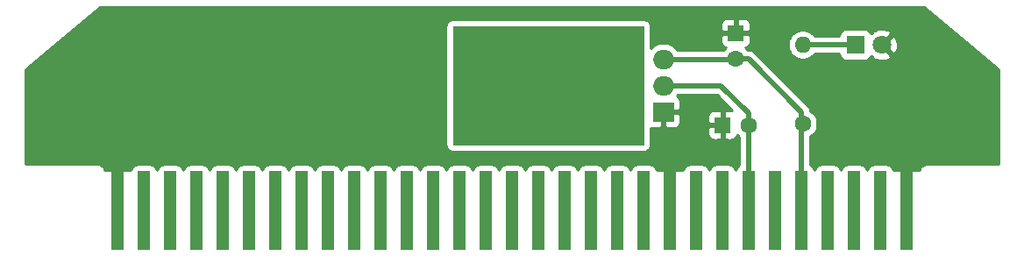
<source format=gbr>
%TF.GenerationSoftware,KiCad,Pcbnew,5.1.7*%
%TF.CreationDate,2020-11-23T19:31:42+01:00*%
%TF.ProjectId,voltage-blaster,766f6c74-6167-4652-9d62-6c6173746572,1.0*%
%TF.SameCoordinates,Original*%
%TF.FileFunction,Copper,L2,Bot*%
%TF.FilePolarity,Positive*%
%FSLAX46Y46*%
G04 Gerber Fmt 4.6, Leading zero omitted, Abs format (unit mm)*
G04 Created by KiCad (PCBNEW 5.1.7) date 2020-11-23 19:31:42*
%MOMM*%
%LPD*%
G01*
G04 APERTURE LIST*
%TA.AperFunction,NonConductor*%
%ADD10C,0.100000*%
%TD*%
%TA.AperFunction,ConnectorPad*%
%ADD11R,1.270000X7.620000*%
%TD*%
%TA.AperFunction,ComponentPad*%
%ADD12O,2.000000X1.905000*%
%TD*%
%TA.AperFunction,ComponentPad*%
%ADD13R,2.000000X1.905000*%
%TD*%
%TA.AperFunction,ComponentPad*%
%ADD14C,1.600000*%
%TD*%
%TA.AperFunction,ComponentPad*%
%ADD15R,1.600000X1.600000*%
%TD*%
%TA.AperFunction,ComponentPad*%
%ADD16O,1.600000X1.600000*%
%TD*%
%TA.AperFunction,ComponentPad*%
%ADD17C,1.800000*%
%TD*%
%TA.AperFunction,ComponentPad*%
%ADD18R,1.800000X1.800000*%
%TD*%
%TA.AperFunction,Conductor*%
%ADD19C,0.500000*%
%TD*%
%TA.AperFunction,Conductor*%
%ADD20C,0.254000*%
%TD*%
%TA.AperFunction,Conductor*%
%ADD21C,0.100000*%
%TD*%
G04 APERTURE END LIST*
D10*
G36*
X131445000Y-60960000D02*
G01*
X113030000Y-60960000D01*
X113030000Y-49530000D01*
X131445000Y-49530000D01*
X131445000Y-60960000D01*
G37*
X131445000Y-60960000D02*
X113030000Y-60960000D01*
X113030000Y-49530000D01*
X131445000Y-49530000D01*
X131445000Y-60960000D01*
D11*
%TO.P,J1,31*%
%TO.N,GND*%
X80645000Y-67310000D03*
%TO.P,J1,30*%
%TO.N,N/C*%
X83185000Y-67310000D03*
%TO.P,J1,29*%
X85725000Y-67310000D03*
%TO.P,J1,28*%
X88265000Y-67310000D03*
%TO.P,J1,27*%
X90805000Y-67310000D03*
%TO.P,J1,26*%
X93345000Y-67310000D03*
%TO.P,J1,25*%
X95885000Y-67310000D03*
%TO.P,J1,24*%
X98425000Y-67310000D03*
%TO.P,J1,23*%
X100965000Y-67310000D03*
%TO.P,J1,22*%
X103505000Y-67310000D03*
%TO.P,J1,21*%
X106045000Y-67310000D03*
%TO.P,J1,20*%
X108585000Y-67310000D03*
%TO.P,J1,19*%
X111125000Y-67310000D03*
%TO.P,J1,18*%
X113665000Y-67310000D03*
%TO.P,J1,17*%
X116205000Y-67310000D03*
%TO.P,J1,16*%
X118745000Y-67310000D03*
%TO.P,J1,15*%
X121285000Y-67310000D03*
%TO.P,J1,14*%
X123825000Y-67310000D03*
%TO.P,J1,13*%
X126365000Y-67310000D03*
%TO.P,J1,12*%
X128905000Y-67310000D03*
%TO.P,J1,11*%
X131445000Y-67310000D03*
%TO.P,J1,10*%
%TO.N,GND*%
X133985000Y-67310000D03*
%TO.P,J1,9*%
%TO.N,N/C*%
X136525000Y-67310000D03*
%TO.P,J1,8*%
X139065000Y-67310000D03*
%TO.P,J1,7*%
%TO.N,Net-(C2-Pad2)*%
X141605000Y-67310000D03*
%TO.P,J1,6*%
%TO.N,N/C*%
X144145000Y-67310000D03*
%TO.P,J1,5*%
%TO.N,Net-(C1-Pad2)*%
X146685000Y-67310000D03*
%TO.P,J1,4*%
%TO.N,N/C*%
X149225000Y-67310000D03*
%TO.P,J1,3*%
X151765000Y-67310000D03*
%TO.P,J1,2*%
X154305000Y-67310000D03*
%TO.P,J1,1*%
%TO.N,GND*%
X156845000Y-67310000D03*
%TD*%
D12*
%TO.P,U1,3*%
%TO.N,Net-(C1-Pad2)*%
X133350000Y-52705000D03*
%TO.P,U1,2*%
%TO.N,Net-(C2-Pad2)*%
X133350000Y-55245000D03*
D13*
%TO.P,U1,1*%
%TO.N,GND*%
X133350000Y-57785000D03*
%TD*%
D14*
%TO.P,C2,2*%
%TO.N,Net-(C2-Pad2)*%
X141565000Y-59055000D03*
D15*
%TO.P,C2,1*%
%TO.N,GND*%
X139065000Y-59055000D03*
%TD*%
D14*
%TO.P,C1,2*%
%TO.N,Net-(C1-Pad2)*%
X140335000Y-52665000D03*
D15*
%TO.P,C1,1*%
%TO.N,GND*%
X140335000Y-50165000D03*
%TD*%
D16*
%TO.P,R1,2*%
%TO.N,Net-(D1-Pad1)*%
X146812000Y-51308000D03*
D14*
%TO.P,R1,1*%
%TO.N,Net-(C1-Pad2)*%
X146812000Y-58928000D03*
%TD*%
D17*
%TO.P,D1,2*%
%TO.N,GND*%
X154432000Y-51308000D03*
D18*
%TO.P,D1,1*%
%TO.N,Net-(D1-Pad1)*%
X151892000Y-51308000D03*
%TD*%
D19*
%TO.N,Net-(C1-Pad2)*%
X146685000Y-60960000D02*
X146685000Y-67310000D01*
X140335000Y-52665000D02*
X141565000Y-52665000D01*
X146685000Y-57785000D02*
X146685000Y-60960000D01*
X141565000Y-52665000D02*
X146685000Y-57785000D01*
X140295000Y-52705000D02*
X140335000Y-52665000D01*
X133350000Y-52705000D02*
X140295000Y-52705000D01*
%TO.N,GND*%
X133985000Y-58420000D02*
X133350000Y-57785000D01*
X133985000Y-67310000D02*
X133985000Y-62230000D01*
X156845000Y-67310000D02*
X156845000Y-62230000D01*
X80645000Y-67310000D02*
X80645000Y-62230000D01*
%TO.N,Net-(C2-Pad2)*%
X141565000Y-67270000D02*
X141605000Y-67310000D01*
X141565000Y-59055000D02*
X141565000Y-67270000D01*
X141565000Y-57923630D02*
X141565000Y-59055000D01*
X138886370Y-55245000D02*
X141565000Y-57923630D01*
X133350000Y-55245000D02*
X138886370Y-55245000D01*
%TO.N,Net-(D1-Pad1)*%
X146812000Y-51308000D02*
X151892000Y-51308000D01*
%TD*%
D20*
%TO.N,GND*%
X165710001Y-53649128D02*
X165710000Y-62840000D01*
X158782419Y-62840000D01*
X158750000Y-62836807D01*
X158717581Y-62840000D01*
X158620617Y-62849550D01*
X158496207Y-62887290D01*
X158381550Y-62948575D01*
X158281052Y-63031052D01*
X158198575Y-63131550D01*
X158137290Y-63246207D01*
X158099550Y-63370617D01*
X158099315Y-63373000D01*
X155565048Y-63373000D01*
X155529502Y-63255820D01*
X155470537Y-63145506D01*
X155391185Y-63048815D01*
X155294494Y-62969463D01*
X155184180Y-62910498D01*
X155064482Y-62874188D01*
X154940000Y-62861928D01*
X153670000Y-62861928D01*
X153545518Y-62874188D01*
X153425820Y-62910498D01*
X153315506Y-62969463D01*
X153218815Y-63048815D01*
X153139463Y-63145506D01*
X153080498Y-63255820D01*
X153044952Y-63373000D01*
X153025048Y-63373000D01*
X152989502Y-63255820D01*
X152930537Y-63145506D01*
X152851185Y-63048815D01*
X152754494Y-62969463D01*
X152644180Y-62910498D01*
X152524482Y-62874188D01*
X152400000Y-62861928D01*
X151130000Y-62861928D01*
X151005518Y-62874188D01*
X150885820Y-62910498D01*
X150775506Y-62969463D01*
X150678815Y-63048815D01*
X150599463Y-63145506D01*
X150540498Y-63255820D01*
X150504952Y-63373000D01*
X150485048Y-63373000D01*
X150449502Y-63255820D01*
X150390537Y-63145506D01*
X150311185Y-63048815D01*
X150214494Y-62969463D01*
X150104180Y-62910498D01*
X149984482Y-62874188D01*
X149860000Y-62861928D01*
X148590000Y-62861928D01*
X148465518Y-62874188D01*
X148345820Y-62910498D01*
X148235506Y-62969463D01*
X148138815Y-63048815D01*
X148059463Y-63145506D01*
X148000498Y-63255820D01*
X147964952Y-63373000D01*
X147945048Y-63373000D01*
X147909502Y-63255820D01*
X147850537Y-63145506D01*
X147771185Y-63048815D01*
X147674494Y-62969463D01*
X147570000Y-62913609D01*
X147570000Y-60147380D01*
X147726759Y-60042637D01*
X147926637Y-59842759D01*
X148083680Y-59607727D01*
X148191853Y-59346574D01*
X148247000Y-59069335D01*
X148247000Y-58786665D01*
X148191853Y-58509426D01*
X148083680Y-58248273D01*
X147926637Y-58013241D01*
X147726759Y-57813363D01*
X147566531Y-57706302D01*
X147557195Y-57611510D01*
X147506589Y-57444687D01*
X147424411Y-57290941D01*
X147313817Y-57156183D01*
X147280051Y-57128472D01*
X142221534Y-52069956D01*
X142193817Y-52036183D01*
X142059059Y-51925589D01*
X141905313Y-51843411D01*
X141738490Y-51792805D01*
X141608477Y-51780000D01*
X141608469Y-51780000D01*
X141565000Y-51775719D01*
X141521531Y-51780000D01*
X141469521Y-51780000D01*
X141449637Y-51750241D01*
X141283057Y-51583661D01*
X141379180Y-51554502D01*
X141489494Y-51495537D01*
X141586185Y-51416185D01*
X141665537Y-51319494D01*
X141724502Y-51209180D01*
X141737398Y-51166665D01*
X145377000Y-51166665D01*
X145377000Y-51449335D01*
X145432147Y-51726574D01*
X145540320Y-51987727D01*
X145697363Y-52222759D01*
X145897241Y-52422637D01*
X146132273Y-52579680D01*
X146393426Y-52687853D01*
X146670665Y-52743000D01*
X146953335Y-52743000D01*
X147230574Y-52687853D01*
X147491727Y-52579680D01*
X147726759Y-52422637D01*
X147926637Y-52222759D01*
X147946521Y-52193000D01*
X150353928Y-52193000D01*
X150353928Y-52208000D01*
X150366188Y-52332482D01*
X150402498Y-52452180D01*
X150461463Y-52562494D01*
X150540815Y-52659185D01*
X150637506Y-52738537D01*
X150747820Y-52797502D01*
X150867518Y-52833812D01*
X150992000Y-52846072D01*
X152792000Y-52846072D01*
X152916482Y-52833812D01*
X153036180Y-52797502D01*
X153146494Y-52738537D01*
X153243185Y-52659185D01*
X153322537Y-52562494D01*
X153381502Y-52452180D01*
X153384813Y-52441265D01*
X153431578Y-52488030D01*
X153547526Y-52372082D01*
X153631208Y-52626261D01*
X153903775Y-52757158D01*
X154196642Y-52832365D01*
X154498553Y-52848991D01*
X154797907Y-52806397D01*
X155083199Y-52706222D01*
X155232792Y-52626261D01*
X155316475Y-52372080D01*
X154432000Y-51487605D01*
X154417858Y-51501748D01*
X154238253Y-51322143D01*
X154252395Y-51308000D01*
X154611605Y-51308000D01*
X155496080Y-52192475D01*
X155750261Y-52108792D01*
X155881158Y-51836225D01*
X155956365Y-51543358D01*
X155972991Y-51241447D01*
X155930397Y-50942093D01*
X155830222Y-50656801D01*
X155750261Y-50507208D01*
X155496080Y-50423525D01*
X154611605Y-51308000D01*
X154252395Y-51308000D01*
X154238253Y-51293858D01*
X154417858Y-51114253D01*
X154432000Y-51128395D01*
X155316475Y-50243920D01*
X155232792Y-49989739D01*
X154960225Y-49858842D01*
X154667358Y-49783635D01*
X154365447Y-49767009D01*
X154066093Y-49809603D01*
X153780801Y-49909778D01*
X153631208Y-49989739D01*
X153547526Y-50243918D01*
X153431578Y-50127970D01*
X153384813Y-50174735D01*
X153381502Y-50163820D01*
X153322537Y-50053506D01*
X153243185Y-49956815D01*
X153146494Y-49877463D01*
X153036180Y-49818498D01*
X152916482Y-49782188D01*
X152792000Y-49769928D01*
X150992000Y-49769928D01*
X150867518Y-49782188D01*
X150747820Y-49818498D01*
X150637506Y-49877463D01*
X150540815Y-49956815D01*
X150461463Y-50053506D01*
X150402498Y-50163820D01*
X150366188Y-50283518D01*
X150353928Y-50408000D01*
X150353928Y-50423000D01*
X147946521Y-50423000D01*
X147926637Y-50393241D01*
X147726759Y-50193363D01*
X147491727Y-50036320D01*
X147230574Y-49928147D01*
X146953335Y-49873000D01*
X146670665Y-49873000D01*
X146393426Y-49928147D01*
X146132273Y-50036320D01*
X145897241Y-50193363D01*
X145697363Y-50393241D01*
X145540320Y-50628273D01*
X145432147Y-50889426D01*
X145377000Y-51166665D01*
X141737398Y-51166665D01*
X141760812Y-51089482D01*
X141773072Y-50965000D01*
X141770000Y-50450750D01*
X141611250Y-50292000D01*
X140462000Y-50292000D01*
X140462000Y-50312000D01*
X140208000Y-50312000D01*
X140208000Y-50292000D01*
X139058750Y-50292000D01*
X138900000Y-50450750D01*
X138896928Y-50965000D01*
X138909188Y-51089482D01*
X138945498Y-51209180D01*
X139004463Y-51319494D01*
X139083815Y-51416185D01*
X139180506Y-51495537D01*
X139290820Y-51554502D01*
X139386943Y-51583661D01*
X139220363Y-51750241D01*
X139173752Y-51820000D01*
X134724505Y-51820000D01*
X134723845Y-51818765D01*
X134525463Y-51577037D01*
X134283735Y-51378655D01*
X134007949Y-51231245D01*
X133708704Y-51140470D01*
X133475486Y-51117500D01*
X133224514Y-51117500D01*
X132991296Y-51140470D01*
X132692051Y-51231245D01*
X132416265Y-51378655D01*
X132174537Y-51577037D01*
X132130000Y-51631305D01*
X132130000Y-49530000D01*
X132123710Y-49465855D01*
X132117867Y-49401644D01*
X132117188Y-49399338D01*
X132116954Y-49396949D01*
X132107308Y-49365000D01*
X138896928Y-49365000D01*
X138900000Y-49879250D01*
X139058750Y-50038000D01*
X140208000Y-50038000D01*
X140208000Y-48888750D01*
X140462000Y-48888750D01*
X140462000Y-50038000D01*
X141611250Y-50038000D01*
X141770000Y-49879250D01*
X141773072Y-49365000D01*
X141760812Y-49240518D01*
X141724502Y-49120820D01*
X141665537Y-49010506D01*
X141586185Y-48913815D01*
X141489494Y-48834463D01*
X141379180Y-48775498D01*
X141259482Y-48739188D01*
X141135000Y-48726928D01*
X140620750Y-48730000D01*
X140462000Y-48888750D01*
X140208000Y-48888750D01*
X140049250Y-48730000D01*
X139535000Y-48726928D01*
X139410518Y-48739188D01*
X139290820Y-48775498D01*
X139180506Y-48834463D01*
X139083815Y-48913815D01*
X139004463Y-49010506D01*
X138945498Y-49120820D01*
X138909188Y-49240518D01*
X138896928Y-49365000D01*
X132107308Y-49365000D01*
X132098334Y-49335277D01*
X132080121Y-49273394D01*
X132079008Y-49271264D01*
X132078314Y-49268967D01*
X132048084Y-49212114D01*
X132018184Y-49154919D01*
X132016677Y-49153045D01*
X132015551Y-49150927D01*
X131974843Y-49101014D01*
X131934414Y-49050731D01*
X131932573Y-49049187D01*
X131931056Y-49047326D01*
X131881384Y-49006234D01*
X131832002Y-48964797D01*
X131829898Y-48963640D01*
X131828047Y-48962109D01*
X131771361Y-48931459D01*
X131714850Y-48900392D01*
X131712558Y-48899665D01*
X131710448Y-48898524D01*
X131648916Y-48879476D01*
X131587420Y-48859969D01*
X131585032Y-48859701D01*
X131582738Y-48858991D01*
X131518634Y-48852254D01*
X131454564Y-48845067D01*
X131449950Y-48845035D01*
X131449782Y-48845017D01*
X131449614Y-48845032D01*
X131445000Y-48845000D01*
X113030000Y-48845000D01*
X112965855Y-48851290D01*
X112901644Y-48857133D01*
X112899338Y-48857812D01*
X112896949Y-48858046D01*
X112835277Y-48876666D01*
X112773394Y-48894879D01*
X112771264Y-48895992D01*
X112768967Y-48896686D01*
X112712114Y-48926916D01*
X112654919Y-48956816D01*
X112653045Y-48958323D01*
X112650927Y-48959449D01*
X112601014Y-49000157D01*
X112550731Y-49040586D01*
X112549187Y-49042427D01*
X112547326Y-49043944D01*
X112506234Y-49093616D01*
X112464797Y-49142998D01*
X112463640Y-49145102D01*
X112462109Y-49146953D01*
X112431459Y-49203639D01*
X112400392Y-49260150D01*
X112399665Y-49262442D01*
X112398524Y-49264552D01*
X112379476Y-49326084D01*
X112359969Y-49387580D01*
X112359701Y-49389968D01*
X112358991Y-49392262D01*
X112352254Y-49456366D01*
X112345067Y-49520436D01*
X112345035Y-49525050D01*
X112345017Y-49525218D01*
X112345032Y-49525386D01*
X112345000Y-49530000D01*
X112345000Y-60960000D01*
X112351290Y-61024145D01*
X112357133Y-61088356D01*
X112357812Y-61090662D01*
X112358046Y-61093051D01*
X112376666Y-61154723D01*
X112394879Y-61216606D01*
X112395992Y-61218736D01*
X112396686Y-61221033D01*
X112426916Y-61277886D01*
X112456816Y-61335081D01*
X112458323Y-61336955D01*
X112459449Y-61339073D01*
X112500157Y-61388986D01*
X112540586Y-61439269D01*
X112542427Y-61440813D01*
X112543944Y-61442674D01*
X112593616Y-61483766D01*
X112642998Y-61525203D01*
X112645102Y-61526360D01*
X112646953Y-61527891D01*
X112703639Y-61558541D01*
X112760150Y-61589608D01*
X112762442Y-61590335D01*
X112764552Y-61591476D01*
X112826084Y-61610524D01*
X112887580Y-61630031D01*
X112889968Y-61630299D01*
X112892262Y-61631009D01*
X112956366Y-61637746D01*
X113020436Y-61644933D01*
X113025050Y-61644965D01*
X113025218Y-61644983D01*
X113025386Y-61644968D01*
X113030000Y-61645000D01*
X131445000Y-61645000D01*
X131509145Y-61638710D01*
X131573356Y-61632867D01*
X131575662Y-61632188D01*
X131578051Y-61631954D01*
X131639723Y-61613334D01*
X131701606Y-61595121D01*
X131703736Y-61594008D01*
X131706033Y-61593314D01*
X131762886Y-61563084D01*
X131820081Y-61533184D01*
X131821955Y-61531677D01*
X131824073Y-61530551D01*
X131873986Y-61489843D01*
X131924269Y-61449414D01*
X131925813Y-61447573D01*
X131927674Y-61446056D01*
X131968766Y-61396384D01*
X132010203Y-61347002D01*
X132011360Y-61344898D01*
X132012891Y-61343047D01*
X132043541Y-61286361D01*
X132074608Y-61229850D01*
X132075335Y-61227558D01*
X132076476Y-61225448D01*
X132095524Y-61163916D01*
X132115031Y-61102420D01*
X132115299Y-61100032D01*
X132116009Y-61097738D01*
X132122746Y-61033634D01*
X132129933Y-60969564D01*
X132129965Y-60964950D01*
X132129983Y-60964782D01*
X132129968Y-60964614D01*
X132130000Y-60960000D01*
X132130000Y-59855000D01*
X137626928Y-59855000D01*
X137639188Y-59979482D01*
X137675498Y-60099180D01*
X137734463Y-60209494D01*
X137813815Y-60306185D01*
X137910506Y-60385537D01*
X138020820Y-60444502D01*
X138140518Y-60480812D01*
X138265000Y-60493072D01*
X138779250Y-60490000D01*
X138938000Y-60331250D01*
X138938000Y-59182000D01*
X137788750Y-59182000D01*
X137630000Y-59340750D01*
X137626928Y-59855000D01*
X132130000Y-59855000D01*
X132130000Y-59334337D01*
X132225518Y-59363312D01*
X132350000Y-59375572D01*
X133064250Y-59372500D01*
X133223000Y-59213750D01*
X133223000Y-57912000D01*
X133477000Y-57912000D01*
X133477000Y-59213750D01*
X133635750Y-59372500D01*
X134350000Y-59375572D01*
X134474482Y-59363312D01*
X134594180Y-59327002D01*
X134704494Y-59268037D01*
X134801185Y-59188685D01*
X134880537Y-59091994D01*
X134939502Y-58981680D01*
X134975812Y-58861982D01*
X134988072Y-58737500D01*
X134985849Y-58255000D01*
X137626928Y-58255000D01*
X137630000Y-58769250D01*
X137788750Y-58928000D01*
X138938000Y-58928000D01*
X138938000Y-57778750D01*
X138779250Y-57620000D01*
X138265000Y-57616928D01*
X138140518Y-57629188D01*
X138020820Y-57665498D01*
X137910506Y-57724463D01*
X137813815Y-57803815D01*
X137734463Y-57900506D01*
X137675498Y-58010820D01*
X137639188Y-58130518D01*
X137626928Y-58255000D01*
X134985849Y-58255000D01*
X134985000Y-58070750D01*
X134826250Y-57912000D01*
X133477000Y-57912000D01*
X133223000Y-57912000D01*
X133203000Y-57912000D01*
X133203000Y-57658000D01*
X133223000Y-57658000D01*
X133223000Y-57638000D01*
X133477000Y-57638000D01*
X133477000Y-57658000D01*
X134826250Y-57658000D01*
X134985000Y-57499250D01*
X134988072Y-56832500D01*
X134975812Y-56708018D01*
X134939502Y-56588320D01*
X134880537Y-56478006D01*
X134801185Y-56381315D01*
X134704494Y-56301963D01*
X134620554Y-56257095D01*
X134723845Y-56131235D01*
X134724505Y-56130000D01*
X138519792Y-56130000D01*
X140031823Y-57642032D01*
X139989482Y-57629188D01*
X139865000Y-57616928D01*
X139350750Y-57620000D01*
X139192000Y-57778750D01*
X139192000Y-58928000D01*
X139212000Y-58928000D01*
X139212000Y-59182000D01*
X139192000Y-59182000D01*
X139192000Y-60331250D01*
X139350750Y-60490000D01*
X139865000Y-60493072D01*
X139989482Y-60480812D01*
X140109180Y-60444502D01*
X140219494Y-60385537D01*
X140316185Y-60306185D01*
X140395537Y-60209494D01*
X140454502Y-60099180D01*
X140483661Y-60003057D01*
X140650241Y-60169637D01*
X140680000Y-60189521D01*
X140680000Y-62934989D01*
X140615506Y-62969463D01*
X140518815Y-63048815D01*
X140439463Y-63145506D01*
X140380498Y-63255820D01*
X140344952Y-63373000D01*
X140325048Y-63373000D01*
X140289502Y-63255820D01*
X140230537Y-63145506D01*
X140151185Y-63048815D01*
X140054494Y-62969463D01*
X139944180Y-62910498D01*
X139824482Y-62874188D01*
X139700000Y-62861928D01*
X138430000Y-62861928D01*
X138305518Y-62874188D01*
X138185820Y-62910498D01*
X138075506Y-62969463D01*
X137978815Y-63048815D01*
X137899463Y-63145506D01*
X137840498Y-63255820D01*
X137804952Y-63373000D01*
X137785048Y-63373000D01*
X137749502Y-63255820D01*
X137690537Y-63145506D01*
X137611185Y-63048815D01*
X137514494Y-62969463D01*
X137404180Y-62910498D01*
X137284482Y-62874188D01*
X137160000Y-62861928D01*
X135890000Y-62861928D01*
X135765518Y-62874188D01*
X135645820Y-62910498D01*
X135535506Y-62969463D01*
X135438815Y-63048815D01*
X135359463Y-63145506D01*
X135300498Y-63255820D01*
X135264952Y-63373000D01*
X132705048Y-63373000D01*
X132669502Y-63255820D01*
X132610537Y-63145506D01*
X132531185Y-63048815D01*
X132434494Y-62969463D01*
X132324180Y-62910498D01*
X132204482Y-62874188D01*
X132080000Y-62861928D01*
X130810000Y-62861928D01*
X130685518Y-62874188D01*
X130565820Y-62910498D01*
X130455506Y-62969463D01*
X130358815Y-63048815D01*
X130279463Y-63145506D01*
X130220498Y-63255820D01*
X130184952Y-63373000D01*
X130165048Y-63373000D01*
X130129502Y-63255820D01*
X130070537Y-63145506D01*
X129991185Y-63048815D01*
X129894494Y-62969463D01*
X129784180Y-62910498D01*
X129664482Y-62874188D01*
X129540000Y-62861928D01*
X128270000Y-62861928D01*
X128145518Y-62874188D01*
X128025820Y-62910498D01*
X127915506Y-62969463D01*
X127818815Y-63048815D01*
X127739463Y-63145506D01*
X127680498Y-63255820D01*
X127644952Y-63373000D01*
X127625048Y-63373000D01*
X127589502Y-63255820D01*
X127530537Y-63145506D01*
X127451185Y-63048815D01*
X127354494Y-62969463D01*
X127244180Y-62910498D01*
X127124482Y-62874188D01*
X127000000Y-62861928D01*
X125730000Y-62861928D01*
X125605518Y-62874188D01*
X125485820Y-62910498D01*
X125375506Y-62969463D01*
X125278815Y-63048815D01*
X125199463Y-63145506D01*
X125140498Y-63255820D01*
X125104952Y-63373000D01*
X125085048Y-63373000D01*
X125049502Y-63255820D01*
X124990537Y-63145506D01*
X124911185Y-63048815D01*
X124814494Y-62969463D01*
X124704180Y-62910498D01*
X124584482Y-62874188D01*
X124460000Y-62861928D01*
X123190000Y-62861928D01*
X123065518Y-62874188D01*
X122945820Y-62910498D01*
X122835506Y-62969463D01*
X122738815Y-63048815D01*
X122659463Y-63145506D01*
X122600498Y-63255820D01*
X122564952Y-63373000D01*
X122545048Y-63373000D01*
X122509502Y-63255820D01*
X122450537Y-63145506D01*
X122371185Y-63048815D01*
X122274494Y-62969463D01*
X122164180Y-62910498D01*
X122044482Y-62874188D01*
X121920000Y-62861928D01*
X120650000Y-62861928D01*
X120525518Y-62874188D01*
X120405820Y-62910498D01*
X120295506Y-62969463D01*
X120198815Y-63048815D01*
X120119463Y-63145506D01*
X120060498Y-63255820D01*
X120024952Y-63373000D01*
X120005048Y-63373000D01*
X119969502Y-63255820D01*
X119910537Y-63145506D01*
X119831185Y-63048815D01*
X119734494Y-62969463D01*
X119624180Y-62910498D01*
X119504482Y-62874188D01*
X119380000Y-62861928D01*
X118110000Y-62861928D01*
X117985518Y-62874188D01*
X117865820Y-62910498D01*
X117755506Y-62969463D01*
X117658815Y-63048815D01*
X117579463Y-63145506D01*
X117520498Y-63255820D01*
X117484952Y-63373000D01*
X117465048Y-63373000D01*
X117429502Y-63255820D01*
X117370537Y-63145506D01*
X117291185Y-63048815D01*
X117194494Y-62969463D01*
X117084180Y-62910498D01*
X116964482Y-62874188D01*
X116840000Y-62861928D01*
X115570000Y-62861928D01*
X115445518Y-62874188D01*
X115325820Y-62910498D01*
X115215506Y-62969463D01*
X115118815Y-63048815D01*
X115039463Y-63145506D01*
X114980498Y-63255820D01*
X114944952Y-63373000D01*
X114925048Y-63373000D01*
X114889502Y-63255820D01*
X114830537Y-63145506D01*
X114751185Y-63048815D01*
X114654494Y-62969463D01*
X114544180Y-62910498D01*
X114424482Y-62874188D01*
X114300000Y-62861928D01*
X113030000Y-62861928D01*
X112905518Y-62874188D01*
X112785820Y-62910498D01*
X112675506Y-62969463D01*
X112578815Y-63048815D01*
X112499463Y-63145506D01*
X112440498Y-63255820D01*
X112404952Y-63373000D01*
X112385048Y-63373000D01*
X112349502Y-63255820D01*
X112290537Y-63145506D01*
X112211185Y-63048815D01*
X112114494Y-62969463D01*
X112004180Y-62910498D01*
X111884482Y-62874188D01*
X111760000Y-62861928D01*
X110490000Y-62861928D01*
X110365518Y-62874188D01*
X110245820Y-62910498D01*
X110135506Y-62969463D01*
X110038815Y-63048815D01*
X109959463Y-63145506D01*
X109900498Y-63255820D01*
X109864952Y-63373000D01*
X109845048Y-63373000D01*
X109809502Y-63255820D01*
X109750537Y-63145506D01*
X109671185Y-63048815D01*
X109574494Y-62969463D01*
X109464180Y-62910498D01*
X109344482Y-62874188D01*
X109220000Y-62861928D01*
X107950000Y-62861928D01*
X107825518Y-62874188D01*
X107705820Y-62910498D01*
X107595506Y-62969463D01*
X107498815Y-63048815D01*
X107419463Y-63145506D01*
X107360498Y-63255820D01*
X107324952Y-63373000D01*
X107305048Y-63373000D01*
X107269502Y-63255820D01*
X107210537Y-63145506D01*
X107131185Y-63048815D01*
X107034494Y-62969463D01*
X106924180Y-62910498D01*
X106804482Y-62874188D01*
X106680000Y-62861928D01*
X105410000Y-62861928D01*
X105285518Y-62874188D01*
X105165820Y-62910498D01*
X105055506Y-62969463D01*
X104958815Y-63048815D01*
X104879463Y-63145506D01*
X104820498Y-63255820D01*
X104784952Y-63373000D01*
X104765048Y-63373000D01*
X104729502Y-63255820D01*
X104670537Y-63145506D01*
X104591185Y-63048815D01*
X104494494Y-62969463D01*
X104384180Y-62910498D01*
X104264482Y-62874188D01*
X104140000Y-62861928D01*
X102870000Y-62861928D01*
X102745518Y-62874188D01*
X102625820Y-62910498D01*
X102515506Y-62969463D01*
X102418815Y-63048815D01*
X102339463Y-63145506D01*
X102280498Y-63255820D01*
X102244952Y-63373000D01*
X102225048Y-63373000D01*
X102189502Y-63255820D01*
X102130537Y-63145506D01*
X102051185Y-63048815D01*
X101954494Y-62969463D01*
X101844180Y-62910498D01*
X101724482Y-62874188D01*
X101600000Y-62861928D01*
X100330000Y-62861928D01*
X100205518Y-62874188D01*
X100085820Y-62910498D01*
X99975506Y-62969463D01*
X99878815Y-63048815D01*
X99799463Y-63145506D01*
X99740498Y-63255820D01*
X99704952Y-63373000D01*
X99685048Y-63373000D01*
X99649502Y-63255820D01*
X99590537Y-63145506D01*
X99511185Y-63048815D01*
X99414494Y-62969463D01*
X99304180Y-62910498D01*
X99184482Y-62874188D01*
X99060000Y-62861928D01*
X97790000Y-62861928D01*
X97665518Y-62874188D01*
X97545820Y-62910498D01*
X97435506Y-62969463D01*
X97338815Y-63048815D01*
X97259463Y-63145506D01*
X97200498Y-63255820D01*
X97164952Y-63373000D01*
X97145048Y-63373000D01*
X97109502Y-63255820D01*
X97050537Y-63145506D01*
X96971185Y-63048815D01*
X96874494Y-62969463D01*
X96764180Y-62910498D01*
X96644482Y-62874188D01*
X96520000Y-62861928D01*
X95250000Y-62861928D01*
X95125518Y-62874188D01*
X95005820Y-62910498D01*
X94895506Y-62969463D01*
X94798815Y-63048815D01*
X94719463Y-63145506D01*
X94660498Y-63255820D01*
X94624952Y-63373000D01*
X94605048Y-63373000D01*
X94569502Y-63255820D01*
X94510537Y-63145506D01*
X94431185Y-63048815D01*
X94334494Y-62969463D01*
X94224180Y-62910498D01*
X94104482Y-62874188D01*
X93980000Y-62861928D01*
X92710000Y-62861928D01*
X92585518Y-62874188D01*
X92465820Y-62910498D01*
X92355506Y-62969463D01*
X92258815Y-63048815D01*
X92179463Y-63145506D01*
X92120498Y-63255820D01*
X92084952Y-63373000D01*
X92065048Y-63373000D01*
X92029502Y-63255820D01*
X91970537Y-63145506D01*
X91891185Y-63048815D01*
X91794494Y-62969463D01*
X91684180Y-62910498D01*
X91564482Y-62874188D01*
X91440000Y-62861928D01*
X90170000Y-62861928D01*
X90045518Y-62874188D01*
X89925820Y-62910498D01*
X89815506Y-62969463D01*
X89718815Y-63048815D01*
X89639463Y-63145506D01*
X89580498Y-63255820D01*
X89544952Y-63373000D01*
X89525048Y-63373000D01*
X89489502Y-63255820D01*
X89430537Y-63145506D01*
X89351185Y-63048815D01*
X89254494Y-62969463D01*
X89144180Y-62910498D01*
X89024482Y-62874188D01*
X88900000Y-62861928D01*
X87630000Y-62861928D01*
X87505518Y-62874188D01*
X87385820Y-62910498D01*
X87275506Y-62969463D01*
X87178815Y-63048815D01*
X87099463Y-63145506D01*
X87040498Y-63255820D01*
X87004952Y-63373000D01*
X86985048Y-63373000D01*
X86949502Y-63255820D01*
X86890537Y-63145506D01*
X86811185Y-63048815D01*
X86714494Y-62969463D01*
X86604180Y-62910498D01*
X86484482Y-62874188D01*
X86360000Y-62861928D01*
X85090000Y-62861928D01*
X84965518Y-62874188D01*
X84845820Y-62910498D01*
X84735506Y-62969463D01*
X84638815Y-63048815D01*
X84559463Y-63145506D01*
X84500498Y-63255820D01*
X84464952Y-63373000D01*
X84445048Y-63373000D01*
X84409502Y-63255820D01*
X84350537Y-63145506D01*
X84271185Y-63048815D01*
X84174494Y-62969463D01*
X84064180Y-62910498D01*
X83944482Y-62874188D01*
X83820000Y-62861928D01*
X82550000Y-62861928D01*
X82425518Y-62874188D01*
X82305820Y-62910498D01*
X82195506Y-62969463D01*
X82098815Y-63048815D01*
X82019463Y-63145506D01*
X81960498Y-63255820D01*
X81924952Y-63373000D01*
X79390685Y-63373000D01*
X79390450Y-63370617D01*
X79352710Y-63246207D01*
X79291425Y-63131550D01*
X79208948Y-63031052D01*
X79108450Y-62948575D01*
X78993793Y-62887290D01*
X78869383Y-62849550D01*
X78772419Y-62840000D01*
X78740000Y-62836807D01*
X78707581Y-62840000D01*
X71780000Y-62840000D01*
X71780000Y-53649127D01*
X78978952Y-47650000D01*
X158511049Y-47650000D01*
X165710001Y-53649128D01*
%TA.AperFunction,Conductor*%
D21*
G36*
X165710001Y-53649128D02*
G01*
X165710000Y-62840000D01*
X158782419Y-62840000D01*
X158750000Y-62836807D01*
X158717581Y-62840000D01*
X158620617Y-62849550D01*
X158496207Y-62887290D01*
X158381550Y-62948575D01*
X158281052Y-63031052D01*
X158198575Y-63131550D01*
X158137290Y-63246207D01*
X158099550Y-63370617D01*
X158099315Y-63373000D01*
X155565048Y-63373000D01*
X155529502Y-63255820D01*
X155470537Y-63145506D01*
X155391185Y-63048815D01*
X155294494Y-62969463D01*
X155184180Y-62910498D01*
X155064482Y-62874188D01*
X154940000Y-62861928D01*
X153670000Y-62861928D01*
X153545518Y-62874188D01*
X153425820Y-62910498D01*
X153315506Y-62969463D01*
X153218815Y-63048815D01*
X153139463Y-63145506D01*
X153080498Y-63255820D01*
X153044952Y-63373000D01*
X153025048Y-63373000D01*
X152989502Y-63255820D01*
X152930537Y-63145506D01*
X152851185Y-63048815D01*
X152754494Y-62969463D01*
X152644180Y-62910498D01*
X152524482Y-62874188D01*
X152400000Y-62861928D01*
X151130000Y-62861928D01*
X151005518Y-62874188D01*
X150885820Y-62910498D01*
X150775506Y-62969463D01*
X150678815Y-63048815D01*
X150599463Y-63145506D01*
X150540498Y-63255820D01*
X150504952Y-63373000D01*
X150485048Y-63373000D01*
X150449502Y-63255820D01*
X150390537Y-63145506D01*
X150311185Y-63048815D01*
X150214494Y-62969463D01*
X150104180Y-62910498D01*
X149984482Y-62874188D01*
X149860000Y-62861928D01*
X148590000Y-62861928D01*
X148465518Y-62874188D01*
X148345820Y-62910498D01*
X148235506Y-62969463D01*
X148138815Y-63048815D01*
X148059463Y-63145506D01*
X148000498Y-63255820D01*
X147964952Y-63373000D01*
X147945048Y-63373000D01*
X147909502Y-63255820D01*
X147850537Y-63145506D01*
X147771185Y-63048815D01*
X147674494Y-62969463D01*
X147570000Y-62913609D01*
X147570000Y-60147380D01*
X147726759Y-60042637D01*
X147926637Y-59842759D01*
X148083680Y-59607727D01*
X148191853Y-59346574D01*
X148247000Y-59069335D01*
X148247000Y-58786665D01*
X148191853Y-58509426D01*
X148083680Y-58248273D01*
X147926637Y-58013241D01*
X147726759Y-57813363D01*
X147566531Y-57706302D01*
X147557195Y-57611510D01*
X147506589Y-57444687D01*
X147424411Y-57290941D01*
X147313817Y-57156183D01*
X147280051Y-57128472D01*
X142221534Y-52069956D01*
X142193817Y-52036183D01*
X142059059Y-51925589D01*
X141905313Y-51843411D01*
X141738490Y-51792805D01*
X141608477Y-51780000D01*
X141608469Y-51780000D01*
X141565000Y-51775719D01*
X141521531Y-51780000D01*
X141469521Y-51780000D01*
X141449637Y-51750241D01*
X141283057Y-51583661D01*
X141379180Y-51554502D01*
X141489494Y-51495537D01*
X141586185Y-51416185D01*
X141665537Y-51319494D01*
X141724502Y-51209180D01*
X141737398Y-51166665D01*
X145377000Y-51166665D01*
X145377000Y-51449335D01*
X145432147Y-51726574D01*
X145540320Y-51987727D01*
X145697363Y-52222759D01*
X145897241Y-52422637D01*
X146132273Y-52579680D01*
X146393426Y-52687853D01*
X146670665Y-52743000D01*
X146953335Y-52743000D01*
X147230574Y-52687853D01*
X147491727Y-52579680D01*
X147726759Y-52422637D01*
X147926637Y-52222759D01*
X147946521Y-52193000D01*
X150353928Y-52193000D01*
X150353928Y-52208000D01*
X150366188Y-52332482D01*
X150402498Y-52452180D01*
X150461463Y-52562494D01*
X150540815Y-52659185D01*
X150637506Y-52738537D01*
X150747820Y-52797502D01*
X150867518Y-52833812D01*
X150992000Y-52846072D01*
X152792000Y-52846072D01*
X152916482Y-52833812D01*
X153036180Y-52797502D01*
X153146494Y-52738537D01*
X153243185Y-52659185D01*
X153322537Y-52562494D01*
X153381502Y-52452180D01*
X153384813Y-52441265D01*
X153431578Y-52488030D01*
X153547526Y-52372082D01*
X153631208Y-52626261D01*
X153903775Y-52757158D01*
X154196642Y-52832365D01*
X154498553Y-52848991D01*
X154797907Y-52806397D01*
X155083199Y-52706222D01*
X155232792Y-52626261D01*
X155316475Y-52372080D01*
X154432000Y-51487605D01*
X154417858Y-51501748D01*
X154238253Y-51322143D01*
X154252395Y-51308000D01*
X154611605Y-51308000D01*
X155496080Y-52192475D01*
X155750261Y-52108792D01*
X155881158Y-51836225D01*
X155956365Y-51543358D01*
X155972991Y-51241447D01*
X155930397Y-50942093D01*
X155830222Y-50656801D01*
X155750261Y-50507208D01*
X155496080Y-50423525D01*
X154611605Y-51308000D01*
X154252395Y-51308000D01*
X154238253Y-51293858D01*
X154417858Y-51114253D01*
X154432000Y-51128395D01*
X155316475Y-50243920D01*
X155232792Y-49989739D01*
X154960225Y-49858842D01*
X154667358Y-49783635D01*
X154365447Y-49767009D01*
X154066093Y-49809603D01*
X153780801Y-49909778D01*
X153631208Y-49989739D01*
X153547526Y-50243918D01*
X153431578Y-50127970D01*
X153384813Y-50174735D01*
X153381502Y-50163820D01*
X153322537Y-50053506D01*
X153243185Y-49956815D01*
X153146494Y-49877463D01*
X153036180Y-49818498D01*
X152916482Y-49782188D01*
X152792000Y-49769928D01*
X150992000Y-49769928D01*
X150867518Y-49782188D01*
X150747820Y-49818498D01*
X150637506Y-49877463D01*
X150540815Y-49956815D01*
X150461463Y-50053506D01*
X150402498Y-50163820D01*
X150366188Y-50283518D01*
X150353928Y-50408000D01*
X150353928Y-50423000D01*
X147946521Y-50423000D01*
X147926637Y-50393241D01*
X147726759Y-50193363D01*
X147491727Y-50036320D01*
X147230574Y-49928147D01*
X146953335Y-49873000D01*
X146670665Y-49873000D01*
X146393426Y-49928147D01*
X146132273Y-50036320D01*
X145897241Y-50193363D01*
X145697363Y-50393241D01*
X145540320Y-50628273D01*
X145432147Y-50889426D01*
X145377000Y-51166665D01*
X141737398Y-51166665D01*
X141760812Y-51089482D01*
X141773072Y-50965000D01*
X141770000Y-50450750D01*
X141611250Y-50292000D01*
X140462000Y-50292000D01*
X140462000Y-50312000D01*
X140208000Y-50312000D01*
X140208000Y-50292000D01*
X139058750Y-50292000D01*
X138900000Y-50450750D01*
X138896928Y-50965000D01*
X138909188Y-51089482D01*
X138945498Y-51209180D01*
X139004463Y-51319494D01*
X139083815Y-51416185D01*
X139180506Y-51495537D01*
X139290820Y-51554502D01*
X139386943Y-51583661D01*
X139220363Y-51750241D01*
X139173752Y-51820000D01*
X134724505Y-51820000D01*
X134723845Y-51818765D01*
X134525463Y-51577037D01*
X134283735Y-51378655D01*
X134007949Y-51231245D01*
X133708704Y-51140470D01*
X133475486Y-51117500D01*
X133224514Y-51117500D01*
X132991296Y-51140470D01*
X132692051Y-51231245D01*
X132416265Y-51378655D01*
X132174537Y-51577037D01*
X132130000Y-51631305D01*
X132130000Y-49530000D01*
X132123710Y-49465855D01*
X132117867Y-49401644D01*
X132117188Y-49399338D01*
X132116954Y-49396949D01*
X132107308Y-49365000D01*
X138896928Y-49365000D01*
X138900000Y-49879250D01*
X139058750Y-50038000D01*
X140208000Y-50038000D01*
X140208000Y-48888750D01*
X140462000Y-48888750D01*
X140462000Y-50038000D01*
X141611250Y-50038000D01*
X141770000Y-49879250D01*
X141773072Y-49365000D01*
X141760812Y-49240518D01*
X141724502Y-49120820D01*
X141665537Y-49010506D01*
X141586185Y-48913815D01*
X141489494Y-48834463D01*
X141379180Y-48775498D01*
X141259482Y-48739188D01*
X141135000Y-48726928D01*
X140620750Y-48730000D01*
X140462000Y-48888750D01*
X140208000Y-48888750D01*
X140049250Y-48730000D01*
X139535000Y-48726928D01*
X139410518Y-48739188D01*
X139290820Y-48775498D01*
X139180506Y-48834463D01*
X139083815Y-48913815D01*
X139004463Y-49010506D01*
X138945498Y-49120820D01*
X138909188Y-49240518D01*
X138896928Y-49365000D01*
X132107308Y-49365000D01*
X132098334Y-49335277D01*
X132080121Y-49273394D01*
X132079008Y-49271264D01*
X132078314Y-49268967D01*
X132048084Y-49212114D01*
X132018184Y-49154919D01*
X132016677Y-49153045D01*
X132015551Y-49150927D01*
X131974843Y-49101014D01*
X131934414Y-49050731D01*
X131932573Y-49049187D01*
X131931056Y-49047326D01*
X131881384Y-49006234D01*
X131832002Y-48964797D01*
X131829898Y-48963640D01*
X131828047Y-48962109D01*
X131771361Y-48931459D01*
X131714850Y-48900392D01*
X131712558Y-48899665D01*
X131710448Y-48898524D01*
X131648916Y-48879476D01*
X131587420Y-48859969D01*
X131585032Y-48859701D01*
X131582738Y-48858991D01*
X131518634Y-48852254D01*
X131454564Y-48845067D01*
X131449950Y-48845035D01*
X131449782Y-48845017D01*
X131449614Y-48845032D01*
X131445000Y-48845000D01*
X113030000Y-48845000D01*
X112965855Y-48851290D01*
X112901644Y-48857133D01*
X112899338Y-48857812D01*
X112896949Y-48858046D01*
X112835277Y-48876666D01*
X112773394Y-48894879D01*
X112771264Y-48895992D01*
X112768967Y-48896686D01*
X112712114Y-48926916D01*
X112654919Y-48956816D01*
X112653045Y-48958323D01*
X112650927Y-48959449D01*
X112601014Y-49000157D01*
X112550731Y-49040586D01*
X112549187Y-49042427D01*
X112547326Y-49043944D01*
X112506234Y-49093616D01*
X112464797Y-49142998D01*
X112463640Y-49145102D01*
X112462109Y-49146953D01*
X112431459Y-49203639D01*
X112400392Y-49260150D01*
X112399665Y-49262442D01*
X112398524Y-49264552D01*
X112379476Y-49326084D01*
X112359969Y-49387580D01*
X112359701Y-49389968D01*
X112358991Y-49392262D01*
X112352254Y-49456366D01*
X112345067Y-49520436D01*
X112345035Y-49525050D01*
X112345017Y-49525218D01*
X112345032Y-49525386D01*
X112345000Y-49530000D01*
X112345000Y-60960000D01*
X112351290Y-61024145D01*
X112357133Y-61088356D01*
X112357812Y-61090662D01*
X112358046Y-61093051D01*
X112376666Y-61154723D01*
X112394879Y-61216606D01*
X112395992Y-61218736D01*
X112396686Y-61221033D01*
X112426916Y-61277886D01*
X112456816Y-61335081D01*
X112458323Y-61336955D01*
X112459449Y-61339073D01*
X112500157Y-61388986D01*
X112540586Y-61439269D01*
X112542427Y-61440813D01*
X112543944Y-61442674D01*
X112593616Y-61483766D01*
X112642998Y-61525203D01*
X112645102Y-61526360D01*
X112646953Y-61527891D01*
X112703639Y-61558541D01*
X112760150Y-61589608D01*
X112762442Y-61590335D01*
X112764552Y-61591476D01*
X112826084Y-61610524D01*
X112887580Y-61630031D01*
X112889968Y-61630299D01*
X112892262Y-61631009D01*
X112956366Y-61637746D01*
X113020436Y-61644933D01*
X113025050Y-61644965D01*
X113025218Y-61644983D01*
X113025386Y-61644968D01*
X113030000Y-61645000D01*
X131445000Y-61645000D01*
X131509145Y-61638710D01*
X131573356Y-61632867D01*
X131575662Y-61632188D01*
X131578051Y-61631954D01*
X131639723Y-61613334D01*
X131701606Y-61595121D01*
X131703736Y-61594008D01*
X131706033Y-61593314D01*
X131762886Y-61563084D01*
X131820081Y-61533184D01*
X131821955Y-61531677D01*
X131824073Y-61530551D01*
X131873986Y-61489843D01*
X131924269Y-61449414D01*
X131925813Y-61447573D01*
X131927674Y-61446056D01*
X131968766Y-61396384D01*
X132010203Y-61347002D01*
X132011360Y-61344898D01*
X132012891Y-61343047D01*
X132043541Y-61286361D01*
X132074608Y-61229850D01*
X132075335Y-61227558D01*
X132076476Y-61225448D01*
X132095524Y-61163916D01*
X132115031Y-61102420D01*
X132115299Y-61100032D01*
X132116009Y-61097738D01*
X132122746Y-61033634D01*
X132129933Y-60969564D01*
X132129965Y-60964950D01*
X132129983Y-60964782D01*
X132129968Y-60964614D01*
X132130000Y-60960000D01*
X132130000Y-59855000D01*
X137626928Y-59855000D01*
X137639188Y-59979482D01*
X137675498Y-60099180D01*
X137734463Y-60209494D01*
X137813815Y-60306185D01*
X137910506Y-60385537D01*
X138020820Y-60444502D01*
X138140518Y-60480812D01*
X138265000Y-60493072D01*
X138779250Y-60490000D01*
X138938000Y-60331250D01*
X138938000Y-59182000D01*
X137788750Y-59182000D01*
X137630000Y-59340750D01*
X137626928Y-59855000D01*
X132130000Y-59855000D01*
X132130000Y-59334337D01*
X132225518Y-59363312D01*
X132350000Y-59375572D01*
X133064250Y-59372500D01*
X133223000Y-59213750D01*
X133223000Y-57912000D01*
X133477000Y-57912000D01*
X133477000Y-59213750D01*
X133635750Y-59372500D01*
X134350000Y-59375572D01*
X134474482Y-59363312D01*
X134594180Y-59327002D01*
X134704494Y-59268037D01*
X134801185Y-59188685D01*
X134880537Y-59091994D01*
X134939502Y-58981680D01*
X134975812Y-58861982D01*
X134988072Y-58737500D01*
X134985849Y-58255000D01*
X137626928Y-58255000D01*
X137630000Y-58769250D01*
X137788750Y-58928000D01*
X138938000Y-58928000D01*
X138938000Y-57778750D01*
X138779250Y-57620000D01*
X138265000Y-57616928D01*
X138140518Y-57629188D01*
X138020820Y-57665498D01*
X137910506Y-57724463D01*
X137813815Y-57803815D01*
X137734463Y-57900506D01*
X137675498Y-58010820D01*
X137639188Y-58130518D01*
X137626928Y-58255000D01*
X134985849Y-58255000D01*
X134985000Y-58070750D01*
X134826250Y-57912000D01*
X133477000Y-57912000D01*
X133223000Y-57912000D01*
X133203000Y-57912000D01*
X133203000Y-57658000D01*
X133223000Y-57658000D01*
X133223000Y-57638000D01*
X133477000Y-57638000D01*
X133477000Y-57658000D01*
X134826250Y-57658000D01*
X134985000Y-57499250D01*
X134988072Y-56832500D01*
X134975812Y-56708018D01*
X134939502Y-56588320D01*
X134880537Y-56478006D01*
X134801185Y-56381315D01*
X134704494Y-56301963D01*
X134620554Y-56257095D01*
X134723845Y-56131235D01*
X134724505Y-56130000D01*
X138519792Y-56130000D01*
X140031823Y-57642032D01*
X139989482Y-57629188D01*
X139865000Y-57616928D01*
X139350750Y-57620000D01*
X139192000Y-57778750D01*
X139192000Y-58928000D01*
X139212000Y-58928000D01*
X139212000Y-59182000D01*
X139192000Y-59182000D01*
X139192000Y-60331250D01*
X139350750Y-60490000D01*
X139865000Y-60493072D01*
X139989482Y-60480812D01*
X140109180Y-60444502D01*
X140219494Y-60385537D01*
X140316185Y-60306185D01*
X140395537Y-60209494D01*
X140454502Y-60099180D01*
X140483661Y-60003057D01*
X140650241Y-60169637D01*
X140680000Y-60189521D01*
X140680000Y-62934989D01*
X140615506Y-62969463D01*
X140518815Y-63048815D01*
X140439463Y-63145506D01*
X140380498Y-63255820D01*
X140344952Y-63373000D01*
X140325048Y-63373000D01*
X140289502Y-63255820D01*
X140230537Y-63145506D01*
X140151185Y-63048815D01*
X140054494Y-62969463D01*
X139944180Y-62910498D01*
X139824482Y-62874188D01*
X139700000Y-62861928D01*
X138430000Y-62861928D01*
X138305518Y-62874188D01*
X138185820Y-62910498D01*
X138075506Y-62969463D01*
X137978815Y-63048815D01*
X137899463Y-63145506D01*
X137840498Y-63255820D01*
X137804952Y-63373000D01*
X137785048Y-63373000D01*
X137749502Y-63255820D01*
X137690537Y-63145506D01*
X137611185Y-63048815D01*
X137514494Y-62969463D01*
X137404180Y-62910498D01*
X137284482Y-62874188D01*
X137160000Y-62861928D01*
X135890000Y-62861928D01*
X135765518Y-62874188D01*
X135645820Y-62910498D01*
X135535506Y-62969463D01*
X135438815Y-63048815D01*
X135359463Y-63145506D01*
X135300498Y-63255820D01*
X135264952Y-63373000D01*
X132705048Y-63373000D01*
X132669502Y-63255820D01*
X132610537Y-63145506D01*
X132531185Y-63048815D01*
X132434494Y-62969463D01*
X132324180Y-62910498D01*
X132204482Y-62874188D01*
X132080000Y-62861928D01*
X130810000Y-62861928D01*
X130685518Y-62874188D01*
X130565820Y-62910498D01*
X130455506Y-62969463D01*
X130358815Y-63048815D01*
X130279463Y-63145506D01*
X130220498Y-63255820D01*
X130184952Y-63373000D01*
X130165048Y-63373000D01*
X130129502Y-63255820D01*
X130070537Y-63145506D01*
X129991185Y-63048815D01*
X129894494Y-62969463D01*
X129784180Y-62910498D01*
X129664482Y-62874188D01*
X129540000Y-62861928D01*
X128270000Y-62861928D01*
X128145518Y-62874188D01*
X128025820Y-62910498D01*
X127915506Y-62969463D01*
X127818815Y-63048815D01*
X127739463Y-63145506D01*
X127680498Y-63255820D01*
X127644952Y-63373000D01*
X127625048Y-63373000D01*
X127589502Y-63255820D01*
X127530537Y-63145506D01*
X127451185Y-63048815D01*
X127354494Y-62969463D01*
X127244180Y-62910498D01*
X127124482Y-62874188D01*
X127000000Y-62861928D01*
X125730000Y-62861928D01*
X125605518Y-62874188D01*
X125485820Y-62910498D01*
X125375506Y-62969463D01*
X125278815Y-63048815D01*
X125199463Y-63145506D01*
X125140498Y-63255820D01*
X125104952Y-63373000D01*
X125085048Y-63373000D01*
X125049502Y-63255820D01*
X124990537Y-63145506D01*
X124911185Y-63048815D01*
X124814494Y-62969463D01*
X124704180Y-62910498D01*
X124584482Y-62874188D01*
X124460000Y-62861928D01*
X123190000Y-62861928D01*
X123065518Y-62874188D01*
X122945820Y-62910498D01*
X122835506Y-62969463D01*
X122738815Y-63048815D01*
X122659463Y-63145506D01*
X122600498Y-63255820D01*
X122564952Y-63373000D01*
X122545048Y-63373000D01*
X122509502Y-63255820D01*
X122450537Y-63145506D01*
X122371185Y-63048815D01*
X122274494Y-62969463D01*
X122164180Y-62910498D01*
X122044482Y-62874188D01*
X121920000Y-62861928D01*
X120650000Y-62861928D01*
X120525518Y-62874188D01*
X120405820Y-62910498D01*
X120295506Y-62969463D01*
X120198815Y-63048815D01*
X120119463Y-63145506D01*
X120060498Y-63255820D01*
X120024952Y-63373000D01*
X120005048Y-63373000D01*
X119969502Y-63255820D01*
X119910537Y-63145506D01*
X119831185Y-63048815D01*
X119734494Y-62969463D01*
X119624180Y-62910498D01*
X119504482Y-62874188D01*
X119380000Y-62861928D01*
X118110000Y-62861928D01*
X117985518Y-62874188D01*
X117865820Y-62910498D01*
X117755506Y-62969463D01*
X117658815Y-63048815D01*
X117579463Y-63145506D01*
X117520498Y-63255820D01*
X117484952Y-63373000D01*
X117465048Y-63373000D01*
X117429502Y-63255820D01*
X117370537Y-63145506D01*
X117291185Y-63048815D01*
X117194494Y-62969463D01*
X117084180Y-62910498D01*
X116964482Y-62874188D01*
X116840000Y-62861928D01*
X115570000Y-62861928D01*
X115445518Y-62874188D01*
X115325820Y-62910498D01*
X115215506Y-62969463D01*
X115118815Y-63048815D01*
X115039463Y-63145506D01*
X114980498Y-63255820D01*
X114944952Y-63373000D01*
X114925048Y-63373000D01*
X114889502Y-63255820D01*
X114830537Y-63145506D01*
X114751185Y-63048815D01*
X114654494Y-62969463D01*
X114544180Y-62910498D01*
X114424482Y-62874188D01*
X114300000Y-62861928D01*
X113030000Y-62861928D01*
X112905518Y-62874188D01*
X112785820Y-62910498D01*
X112675506Y-62969463D01*
X112578815Y-63048815D01*
X112499463Y-63145506D01*
X112440498Y-63255820D01*
X112404952Y-63373000D01*
X112385048Y-63373000D01*
X112349502Y-63255820D01*
X112290537Y-63145506D01*
X112211185Y-63048815D01*
X112114494Y-62969463D01*
X112004180Y-62910498D01*
X111884482Y-62874188D01*
X111760000Y-62861928D01*
X110490000Y-62861928D01*
X110365518Y-62874188D01*
X110245820Y-62910498D01*
X110135506Y-62969463D01*
X110038815Y-63048815D01*
X109959463Y-63145506D01*
X109900498Y-63255820D01*
X109864952Y-63373000D01*
X109845048Y-63373000D01*
X109809502Y-63255820D01*
X109750537Y-63145506D01*
X109671185Y-63048815D01*
X109574494Y-62969463D01*
X109464180Y-62910498D01*
X109344482Y-62874188D01*
X109220000Y-62861928D01*
X107950000Y-62861928D01*
X107825518Y-62874188D01*
X107705820Y-62910498D01*
X107595506Y-62969463D01*
X107498815Y-63048815D01*
X107419463Y-63145506D01*
X107360498Y-63255820D01*
X107324952Y-63373000D01*
X107305048Y-63373000D01*
X107269502Y-63255820D01*
X107210537Y-63145506D01*
X107131185Y-63048815D01*
X107034494Y-62969463D01*
X106924180Y-62910498D01*
X106804482Y-62874188D01*
X106680000Y-62861928D01*
X105410000Y-62861928D01*
X105285518Y-62874188D01*
X105165820Y-62910498D01*
X105055506Y-62969463D01*
X104958815Y-63048815D01*
X104879463Y-63145506D01*
X104820498Y-63255820D01*
X104784952Y-63373000D01*
X104765048Y-63373000D01*
X104729502Y-63255820D01*
X104670537Y-63145506D01*
X104591185Y-63048815D01*
X104494494Y-62969463D01*
X104384180Y-62910498D01*
X104264482Y-62874188D01*
X104140000Y-62861928D01*
X102870000Y-62861928D01*
X102745518Y-62874188D01*
X102625820Y-62910498D01*
X102515506Y-62969463D01*
X102418815Y-63048815D01*
X102339463Y-63145506D01*
X102280498Y-63255820D01*
X102244952Y-63373000D01*
X102225048Y-63373000D01*
X102189502Y-63255820D01*
X102130537Y-63145506D01*
X102051185Y-63048815D01*
X101954494Y-62969463D01*
X101844180Y-62910498D01*
X101724482Y-62874188D01*
X101600000Y-62861928D01*
X100330000Y-62861928D01*
X100205518Y-62874188D01*
X100085820Y-62910498D01*
X99975506Y-62969463D01*
X99878815Y-63048815D01*
X99799463Y-63145506D01*
X99740498Y-63255820D01*
X99704952Y-63373000D01*
X99685048Y-63373000D01*
X99649502Y-63255820D01*
X99590537Y-63145506D01*
X99511185Y-63048815D01*
X99414494Y-62969463D01*
X99304180Y-62910498D01*
X99184482Y-62874188D01*
X99060000Y-62861928D01*
X97790000Y-62861928D01*
X97665518Y-62874188D01*
X97545820Y-62910498D01*
X97435506Y-62969463D01*
X97338815Y-63048815D01*
X97259463Y-63145506D01*
X97200498Y-63255820D01*
X97164952Y-63373000D01*
X97145048Y-63373000D01*
X97109502Y-63255820D01*
X97050537Y-63145506D01*
X96971185Y-63048815D01*
X96874494Y-62969463D01*
X96764180Y-62910498D01*
X96644482Y-62874188D01*
X96520000Y-62861928D01*
X95250000Y-62861928D01*
X95125518Y-62874188D01*
X95005820Y-62910498D01*
X94895506Y-62969463D01*
X94798815Y-63048815D01*
X94719463Y-63145506D01*
X94660498Y-63255820D01*
X94624952Y-63373000D01*
X94605048Y-63373000D01*
X94569502Y-63255820D01*
X94510537Y-63145506D01*
X94431185Y-63048815D01*
X94334494Y-62969463D01*
X94224180Y-62910498D01*
X94104482Y-62874188D01*
X93980000Y-62861928D01*
X92710000Y-62861928D01*
X92585518Y-62874188D01*
X92465820Y-62910498D01*
X92355506Y-62969463D01*
X92258815Y-63048815D01*
X92179463Y-63145506D01*
X92120498Y-63255820D01*
X92084952Y-63373000D01*
X92065048Y-63373000D01*
X92029502Y-63255820D01*
X91970537Y-63145506D01*
X91891185Y-63048815D01*
X91794494Y-62969463D01*
X91684180Y-62910498D01*
X91564482Y-62874188D01*
X91440000Y-62861928D01*
X90170000Y-62861928D01*
X90045518Y-62874188D01*
X89925820Y-62910498D01*
X89815506Y-62969463D01*
X89718815Y-63048815D01*
X89639463Y-63145506D01*
X89580498Y-63255820D01*
X89544952Y-63373000D01*
X89525048Y-63373000D01*
X89489502Y-63255820D01*
X89430537Y-63145506D01*
X89351185Y-63048815D01*
X89254494Y-62969463D01*
X89144180Y-62910498D01*
X89024482Y-62874188D01*
X88900000Y-62861928D01*
X87630000Y-62861928D01*
X87505518Y-62874188D01*
X87385820Y-62910498D01*
X87275506Y-62969463D01*
X87178815Y-63048815D01*
X87099463Y-63145506D01*
X87040498Y-63255820D01*
X87004952Y-63373000D01*
X86985048Y-63373000D01*
X86949502Y-63255820D01*
X86890537Y-63145506D01*
X86811185Y-63048815D01*
X86714494Y-62969463D01*
X86604180Y-62910498D01*
X86484482Y-62874188D01*
X86360000Y-62861928D01*
X85090000Y-62861928D01*
X84965518Y-62874188D01*
X84845820Y-62910498D01*
X84735506Y-62969463D01*
X84638815Y-63048815D01*
X84559463Y-63145506D01*
X84500498Y-63255820D01*
X84464952Y-63373000D01*
X84445048Y-63373000D01*
X84409502Y-63255820D01*
X84350537Y-63145506D01*
X84271185Y-63048815D01*
X84174494Y-62969463D01*
X84064180Y-62910498D01*
X83944482Y-62874188D01*
X83820000Y-62861928D01*
X82550000Y-62861928D01*
X82425518Y-62874188D01*
X82305820Y-62910498D01*
X82195506Y-62969463D01*
X82098815Y-63048815D01*
X82019463Y-63145506D01*
X81960498Y-63255820D01*
X81924952Y-63373000D01*
X79390685Y-63373000D01*
X79390450Y-63370617D01*
X79352710Y-63246207D01*
X79291425Y-63131550D01*
X79208948Y-63031052D01*
X79108450Y-62948575D01*
X78993793Y-62887290D01*
X78869383Y-62849550D01*
X78772419Y-62840000D01*
X78740000Y-62836807D01*
X78707581Y-62840000D01*
X71780000Y-62840000D01*
X71780000Y-53649127D01*
X78978952Y-47650000D01*
X158511049Y-47650000D01*
X165710001Y-53649128D01*
G37*
%TD.AperFunction*%
%TD*%
M02*

</source>
